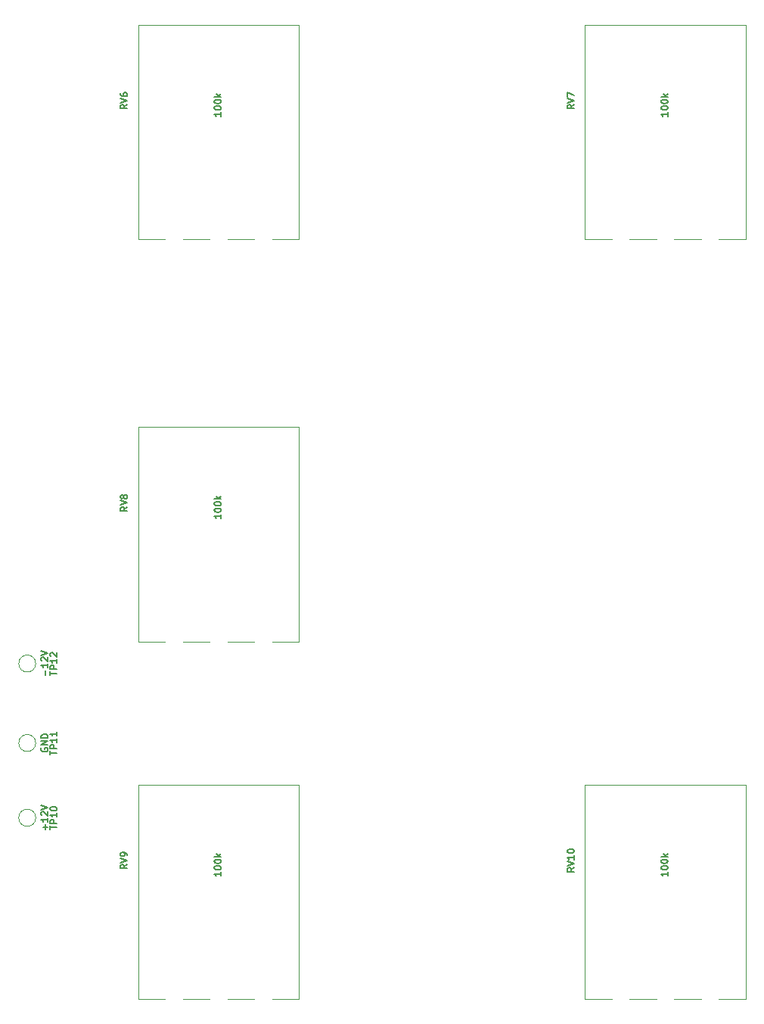
<source format=gto>
G04 #@! TF.GenerationSoftware,KiCad,Pcbnew,7.0.0-rc2-unknown-92a61b187f~165~ubuntu22.04.1*
G04 #@! TF.CreationDate,2023-02-10T23:31:31-05:00*
G04 #@! TF.ProjectId,pmf_b2,706d665f-6232-42e6-9b69-6361645f7063,rev?*
G04 #@! TF.SameCoordinates,Original*
G04 #@! TF.FileFunction,Legend,Top*
G04 #@! TF.FilePolarity,Positive*
%FSLAX46Y46*%
G04 Gerber Fmt 4.6, Leading zero omitted, Abs format (unit mm)*
G04 Created by KiCad (PCBNEW 7.0.0-rc2-unknown-92a61b187f~165~ubuntu22.04.1) date 2023-02-10 23:31:31*
%MOMM*%
%LPD*%
G01*
G04 APERTURE LIST*
%ADD10C,0.150000*%
%ADD11C,0.120000*%
G04 APERTURE END LIST*
D10*
G04 #@! TO.C,TP10*
X108653535Y-134023571D02*
X108653535Y-133595000D01*
X109403535Y-133809285D02*
X108653535Y-133809285D01*
X109403535Y-133344999D02*
X108653535Y-133344999D01*
X108653535Y-133344999D02*
X108653535Y-133059285D01*
X108653535Y-133059285D02*
X108689250Y-132987856D01*
X108689250Y-132987856D02*
X108724964Y-132952142D01*
X108724964Y-132952142D02*
X108796392Y-132916428D01*
X108796392Y-132916428D02*
X108903535Y-132916428D01*
X108903535Y-132916428D02*
X108974964Y-132952142D01*
X108974964Y-132952142D02*
X109010678Y-132987856D01*
X109010678Y-132987856D02*
X109046392Y-133059285D01*
X109046392Y-133059285D02*
X109046392Y-133344999D01*
X109403535Y-132202142D02*
X109403535Y-132630713D01*
X109403535Y-132416428D02*
X108653535Y-132416428D01*
X108653535Y-132416428D02*
X108760678Y-132487856D01*
X108760678Y-132487856D02*
X108832107Y-132559285D01*
X108832107Y-132559285D02*
X108867821Y-132630713D01*
X108653535Y-131737856D02*
X108653535Y-131666427D01*
X108653535Y-131666427D02*
X108689250Y-131594999D01*
X108689250Y-131594999D02*
X108724964Y-131559285D01*
X108724964Y-131559285D02*
X108796392Y-131523570D01*
X108796392Y-131523570D02*
X108939250Y-131487856D01*
X108939250Y-131487856D02*
X109117821Y-131487856D01*
X109117821Y-131487856D02*
X109260678Y-131523570D01*
X109260678Y-131523570D02*
X109332107Y-131559285D01*
X109332107Y-131559285D02*
X109367821Y-131594999D01*
X109367821Y-131594999D02*
X109403535Y-131666427D01*
X109403535Y-131666427D02*
X109403535Y-131737856D01*
X109403535Y-131737856D02*
X109367821Y-131809285D01*
X109367821Y-131809285D02*
X109332107Y-131844999D01*
X109332107Y-131844999D02*
X109260678Y-131880713D01*
X109260678Y-131880713D02*
X109117821Y-131916427D01*
X109117821Y-131916427D02*
X108939250Y-131916427D01*
X108939250Y-131916427D02*
X108796392Y-131880713D01*
X108796392Y-131880713D02*
X108724964Y-131844999D01*
X108724964Y-131844999D02*
X108689250Y-131809285D01*
X108689250Y-131809285D02*
X108653535Y-131737856D01*
X108101821Y-134041428D02*
X108101821Y-133470000D01*
X108387535Y-133755714D02*
X107816107Y-133755714D01*
X108387535Y-132720000D02*
X108387535Y-133148571D01*
X108387535Y-132934286D02*
X107637535Y-132934286D01*
X107637535Y-132934286D02*
X107744678Y-133005714D01*
X107744678Y-133005714D02*
X107816107Y-133077143D01*
X107816107Y-133077143D02*
X107851821Y-133148571D01*
X107708964Y-132434285D02*
X107673250Y-132398571D01*
X107673250Y-132398571D02*
X107637535Y-132327143D01*
X107637535Y-132327143D02*
X107637535Y-132148571D01*
X107637535Y-132148571D02*
X107673250Y-132077143D01*
X107673250Y-132077143D02*
X107708964Y-132041428D01*
X107708964Y-132041428D02*
X107780392Y-132005714D01*
X107780392Y-132005714D02*
X107851821Y-132005714D01*
X107851821Y-132005714D02*
X107958964Y-132041428D01*
X107958964Y-132041428D02*
X108387535Y-132470000D01*
X108387535Y-132470000D02*
X108387535Y-132005714D01*
X107637535Y-131791428D02*
X108387535Y-131541428D01*
X108387535Y-131541428D02*
X107637535Y-131291428D01*
G04 #@! TO.C,RV10*
X167275535Y-138303571D02*
X166918392Y-138553571D01*
X167275535Y-138732142D02*
X166525535Y-138732142D01*
X166525535Y-138732142D02*
X166525535Y-138446428D01*
X166525535Y-138446428D02*
X166561250Y-138374999D01*
X166561250Y-138374999D02*
X166596964Y-138339285D01*
X166596964Y-138339285D02*
X166668392Y-138303571D01*
X166668392Y-138303571D02*
X166775535Y-138303571D01*
X166775535Y-138303571D02*
X166846964Y-138339285D01*
X166846964Y-138339285D02*
X166882678Y-138374999D01*
X166882678Y-138374999D02*
X166918392Y-138446428D01*
X166918392Y-138446428D02*
X166918392Y-138732142D01*
X166525535Y-138089285D02*
X167275535Y-137839285D01*
X167275535Y-137839285D02*
X166525535Y-137589285D01*
X167275535Y-136946428D02*
X167275535Y-137374999D01*
X167275535Y-137160714D02*
X166525535Y-137160714D01*
X166525535Y-137160714D02*
X166632678Y-137232142D01*
X166632678Y-137232142D02*
X166704107Y-137303571D01*
X166704107Y-137303571D02*
X166739821Y-137374999D01*
X166525535Y-136482142D02*
X166525535Y-136410713D01*
X166525535Y-136410713D02*
X166561250Y-136339285D01*
X166561250Y-136339285D02*
X166596964Y-136303571D01*
X166596964Y-136303571D02*
X166668392Y-136267856D01*
X166668392Y-136267856D02*
X166811250Y-136232142D01*
X166811250Y-136232142D02*
X166989821Y-136232142D01*
X166989821Y-136232142D02*
X167132678Y-136267856D01*
X167132678Y-136267856D02*
X167204107Y-136303571D01*
X167204107Y-136303571D02*
X167239821Y-136339285D01*
X167239821Y-136339285D02*
X167275535Y-136410713D01*
X167275535Y-136410713D02*
X167275535Y-136482142D01*
X167275535Y-136482142D02*
X167239821Y-136553571D01*
X167239821Y-136553571D02*
X167204107Y-136589285D01*
X167204107Y-136589285D02*
X167132678Y-136624999D01*
X167132678Y-136624999D02*
X166989821Y-136660713D01*
X166989821Y-136660713D02*
X166811250Y-136660713D01*
X166811250Y-136660713D02*
X166668392Y-136624999D01*
X166668392Y-136624999D02*
X166596964Y-136589285D01*
X166596964Y-136589285D02*
X166561250Y-136553571D01*
X166561250Y-136553571D02*
X166525535Y-136482142D01*
X177775535Y-138803571D02*
X177775535Y-139232142D01*
X177775535Y-139017857D02*
X177025535Y-139017857D01*
X177025535Y-139017857D02*
X177132678Y-139089285D01*
X177132678Y-139089285D02*
X177204107Y-139160714D01*
X177204107Y-139160714D02*
X177239821Y-139232142D01*
X177025535Y-138339285D02*
X177025535Y-138267856D01*
X177025535Y-138267856D02*
X177061250Y-138196428D01*
X177061250Y-138196428D02*
X177096964Y-138160714D01*
X177096964Y-138160714D02*
X177168392Y-138124999D01*
X177168392Y-138124999D02*
X177311250Y-138089285D01*
X177311250Y-138089285D02*
X177489821Y-138089285D01*
X177489821Y-138089285D02*
X177632678Y-138124999D01*
X177632678Y-138124999D02*
X177704107Y-138160714D01*
X177704107Y-138160714D02*
X177739821Y-138196428D01*
X177739821Y-138196428D02*
X177775535Y-138267856D01*
X177775535Y-138267856D02*
X177775535Y-138339285D01*
X177775535Y-138339285D02*
X177739821Y-138410714D01*
X177739821Y-138410714D02*
X177704107Y-138446428D01*
X177704107Y-138446428D02*
X177632678Y-138482142D01*
X177632678Y-138482142D02*
X177489821Y-138517856D01*
X177489821Y-138517856D02*
X177311250Y-138517856D01*
X177311250Y-138517856D02*
X177168392Y-138482142D01*
X177168392Y-138482142D02*
X177096964Y-138446428D01*
X177096964Y-138446428D02*
X177061250Y-138410714D01*
X177061250Y-138410714D02*
X177025535Y-138339285D01*
X177025535Y-137624999D02*
X177025535Y-137553570D01*
X177025535Y-137553570D02*
X177061250Y-137482142D01*
X177061250Y-137482142D02*
X177096964Y-137446428D01*
X177096964Y-137446428D02*
X177168392Y-137410713D01*
X177168392Y-137410713D02*
X177311250Y-137374999D01*
X177311250Y-137374999D02*
X177489821Y-137374999D01*
X177489821Y-137374999D02*
X177632678Y-137410713D01*
X177632678Y-137410713D02*
X177704107Y-137446428D01*
X177704107Y-137446428D02*
X177739821Y-137482142D01*
X177739821Y-137482142D02*
X177775535Y-137553570D01*
X177775535Y-137553570D02*
X177775535Y-137624999D01*
X177775535Y-137624999D02*
X177739821Y-137696428D01*
X177739821Y-137696428D02*
X177704107Y-137732142D01*
X177704107Y-137732142D02*
X177632678Y-137767856D01*
X177632678Y-137767856D02*
X177489821Y-137803570D01*
X177489821Y-137803570D02*
X177311250Y-137803570D01*
X177311250Y-137803570D02*
X177168392Y-137767856D01*
X177168392Y-137767856D02*
X177096964Y-137732142D01*
X177096964Y-137732142D02*
X177061250Y-137696428D01*
X177061250Y-137696428D02*
X177025535Y-137624999D01*
X177775535Y-137053570D02*
X177025535Y-137053570D01*
X177489821Y-136982142D02*
X177775535Y-136767856D01*
X177275535Y-136767856D02*
X177561250Y-137053570D01*
G04 #@! TO.C,RV8*
X117275535Y-97946428D02*
X116918392Y-98196428D01*
X117275535Y-98374999D02*
X116525535Y-98374999D01*
X116525535Y-98374999D02*
X116525535Y-98089285D01*
X116525535Y-98089285D02*
X116561250Y-98017856D01*
X116561250Y-98017856D02*
X116596964Y-97982142D01*
X116596964Y-97982142D02*
X116668392Y-97946428D01*
X116668392Y-97946428D02*
X116775535Y-97946428D01*
X116775535Y-97946428D02*
X116846964Y-97982142D01*
X116846964Y-97982142D02*
X116882678Y-98017856D01*
X116882678Y-98017856D02*
X116918392Y-98089285D01*
X116918392Y-98089285D02*
X116918392Y-98374999D01*
X116525535Y-97732142D02*
X117275535Y-97482142D01*
X117275535Y-97482142D02*
X116525535Y-97232142D01*
X116846964Y-96874999D02*
X116811250Y-96946428D01*
X116811250Y-96946428D02*
X116775535Y-96982142D01*
X116775535Y-96982142D02*
X116704107Y-97017856D01*
X116704107Y-97017856D02*
X116668392Y-97017856D01*
X116668392Y-97017856D02*
X116596964Y-96982142D01*
X116596964Y-96982142D02*
X116561250Y-96946428D01*
X116561250Y-96946428D02*
X116525535Y-96874999D01*
X116525535Y-96874999D02*
X116525535Y-96732142D01*
X116525535Y-96732142D02*
X116561250Y-96660714D01*
X116561250Y-96660714D02*
X116596964Y-96624999D01*
X116596964Y-96624999D02*
X116668392Y-96589285D01*
X116668392Y-96589285D02*
X116704107Y-96589285D01*
X116704107Y-96589285D02*
X116775535Y-96624999D01*
X116775535Y-96624999D02*
X116811250Y-96660714D01*
X116811250Y-96660714D02*
X116846964Y-96732142D01*
X116846964Y-96732142D02*
X116846964Y-96874999D01*
X116846964Y-96874999D02*
X116882678Y-96946428D01*
X116882678Y-96946428D02*
X116918392Y-96982142D01*
X116918392Y-96982142D02*
X116989821Y-97017856D01*
X116989821Y-97017856D02*
X117132678Y-97017856D01*
X117132678Y-97017856D02*
X117204107Y-96982142D01*
X117204107Y-96982142D02*
X117239821Y-96946428D01*
X117239821Y-96946428D02*
X117275535Y-96874999D01*
X117275535Y-96874999D02*
X117275535Y-96732142D01*
X117275535Y-96732142D02*
X117239821Y-96660714D01*
X117239821Y-96660714D02*
X117204107Y-96624999D01*
X117204107Y-96624999D02*
X117132678Y-96589285D01*
X117132678Y-96589285D02*
X116989821Y-96589285D01*
X116989821Y-96589285D02*
X116918392Y-96624999D01*
X116918392Y-96624999D02*
X116882678Y-96660714D01*
X116882678Y-96660714D02*
X116846964Y-96732142D01*
X127775535Y-98803571D02*
X127775535Y-99232142D01*
X127775535Y-99017857D02*
X127025535Y-99017857D01*
X127025535Y-99017857D02*
X127132678Y-99089285D01*
X127132678Y-99089285D02*
X127204107Y-99160714D01*
X127204107Y-99160714D02*
X127239821Y-99232142D01*
X127025535Y-98339285D02*
X127025535Y-98267856D01*
X127025535Y-98267856D02*
X127061250Y-98196428D01*
X127061250Y-98196428D02*
X127096964Y-98160714D01*
X127096964Y-98160714D02*
X127168392Y-98124999D01*
X127168392Y-98124999D02*
X127311250Y-98089285D01*
X127311250Y-98089285D02*
X127489821Y-98089285D01*
X127489821Y-98089285D02*
X127632678Y-98124999D01*
X127632678Y-98124999D02*
X127704107Y-98160714D01*
X127704107Y-98160714D02*
X127739821Y-98196428D01*
X127739821Y-98196428D02*
X127775535Y-98267856D01*
X127775535Y-98267856D02*
X127775535Y-98339285D01*
X127775535Y-98339285D02*
X127739821Y-98410714D01*
X127739821Y-98410714D02*
X127704107Y-98446428D01*
X127704107Y-98446428D02*
X127632678Y-98482142D01*
X127632678Y-98482142D02*
X127489821Y-98517856D01*
X127489821Y-98517856D02*
X127311250Y-98517856D01*
X127311250Y-98517856D02*
X127168392Y-98482142D01*
X127168392Y-98482142D02*
X127096964Y-98446428D01*
X127096964Y-98446428D02*
X127061250Y-98410714D01*
X127061250Y-98410714D02*
X127025535Y-98339285D01*
X127025535Y-97624999D02*
X127025535Y-97553570D01*
X127025535Y-97553570D02*
X127061250Y-97482142D01*
X127061250Y-97482142D02*
X127096964Y-97446428D01*
X127096964Y-97446428D02*
X127168392Y-97410713D01*
X127168392Y-97410713D02*
X127311250Y-97374999D01*
X127311250Y-97374999D02*
X127489821Y-97374999D01*
X127489821Y-97374999D02*
X127632678Y-97410713D01*
X127632678Y-97410713D02*
X127704107Y-97446428D01*
X127704107Y-97446428D02*
X127739821Y-97482142D01*
X127739821Y-97482142D02*
X127775535Y-97553570D01*
X127775535Y-97553570D02*
X127775535Y-97624999D01*
X127775535Y-97624999D02*
X127739821Y-97696428D01*
X127739821Y-97696428D02*
X127704107Y-97732142D01*
X127704107Y-97732142D02*
X127632678Y-97767856D01*
X127632678Y-97767856D02*
X127489821Y-97803570D01*
X127489821Y-97803570D02*
X127311250Y-97803570D01*
X127311250Y-97803570D02*
X127168392Y-97767856D01*
X127168392Y-97767856D02*
X127096964Y-97732142D01*
X127096964Y-97732142D02*
X127061250Y-97696428D01*
X127061250Y-97696428D02*
X127025535Y-97624999D01*
X127775535Y-97053570D02*
X127025535Y-97053570D01*
X127489821Y-96982142D02*
X127775535Y-96767856D01*
X127275535Y-96767856D02*
X127561250Y-97053570D01*
G04 #@! TO.C,TP11*
X108653535Y-125653571D02*
X108653535Y-125225000D01*
X109403535Y-125439285D02*
X108653535Y-125439285D01*
X109403535Y-124974999D02*
X108653535Y-124974999D01*
X108653535Y-124974999D02*
X108653535Y-124689285D01*
X108653535Y-124689285D02*
X108689250Y-124617856D01*
X108689250Y-124617856D02*
X108724964Y-124582142D01*
X108724964Y-124582142D02*
X108796392Y-124546428D01*
X108796392Y-124546428D02*
X108903535Y-124546428D01*
X108903535Y-124546428D02*
X108974964Y-124582142D01*
X108974964Y-124582142D02*
X109010678Y-124617856D01*
X109010678Y-124617856D02*
X109046392Y-124689285D01*
X109046392Y-124689285D02*
X109046392Y-124974999D01*
X109403535Y-123832142D02*
X109403535Y-124260713D01*
X109403535Y-124046428D02*
X108653535Y-124046428D01*
X108653535Y-124046428D02*
X108760678Y-124117856D01*
X108760678Y-124117856D02*
X108832107Y-124189285D01*
X108832107Y-124189285D02*
X108867821Y-124260713D01*
X109403535Y-123117856D02*
X109403535Y-123546427D01*
X109403535Y-123332142D02*
X108653535Y-123332142D01*
X108653535Y-123332142D02*
X108760678Y-123403570D01*
X108760678Y-123403570D02*
X108832107Y-123474999D01*
X108832107Y-123474999D02*
X108867821Y-123546427D01*
X107673250Y-124921428D02*
X107637535Y-124992857D01*
X107637535Y-124992857D02*
X107637535Y-125099999D01*
X107637535Y-125099999D02*
X107673250Y-125207142D01*
X107673250Y-125207142D02*
X107744678Y-125278571D01*
X107744678Y-125278571D02*
X107816107Y-125314285D01*
X107816107Y-125314285D02*
X107958964Y-125349999D01*
X107958964Y-125349999D02*
X108066107Y-125349999D01*
X108066107Y-125349999D02*
X108208964Y-125314285D01*
X108208964Y-125314285D02*
X108280392Y-125278571D01*
X108280392Y-125278571D02*
X108351821Y-125207142D01*
X108351821Y-125207142D02*
X108387535Y-125099999D01*
X108387535Y-125099999D02*
X108387535Y-125028571D01*
X108387535Y-125028571D02*
X108351821Y-124921428D01*
X108351821Y-124921428D02*
X108316107Y-124885714D01*
X108316107Y-124885714D02*
X108066107Y-124885714D01*
X108066107Y-124885714D02*
X108066107Y-125028571D01*
X108387535Y-124564285D02*
X107637535Y-124564285D01*
X107637535Y-124564285D02*
X108387535Y-124135714D01*
X108387535Y-124135714D02*
X107637535Y-124135714D01*
X108387535Y-123778571D02*
X107637535Y-123778571D01*
X107637535Y-123778571D02*
X107637535Y-123600000D01*
X107637535Y-123600000D02*
X107673250Y-123492857D01*
X107673250Y-123492857D02*
X107744678Y-123421428D01*
X107744678Y-123421428D02*
X107816107Y-123385714D01*
X107816107Y-123385714D02*
X107958964Y-123350000D01*
X107958964Y-123350000D02*
X108066107Y-123350000D01*
X108066107Y-123350000D02*
X108208964Y-123385714D01*
X108208964Y-123385714D02*
X108280392Y-123421428D01*
X108280392Y-123421428D02*
X108351821Y-123492857D01*
X108351821Y-123492857D02*
X108387535Y-123600000D01*
X108387535Y-123600000D02*
X108387535Y-123778571D01*
G04 #@! TO.C,RV7*
X167275535Y-52946428D02*
X166918392Y-53196428D01*
X167275535Y-53374999D02*
X166525535Y-53374999D01*
X166525535Y-53374999D02*
X166525535Y-53089285D01*
X166525535Y-53089285D02*
X166561250Y-53017856D01*
X166561250Y-53017856D02*
X166596964Y-52982142D01*
X166596964Y-52982142D02*
X166668392Y-52946428D01*
X166668392Y-52946428D02*
X166775535Y-52946428D01*
X166775535Y-52946428D02*
X166846964Y-52982142D01*
X166846964Y-52982142D02*
X166882678Y-53017856D01*
X166882678Y-53017856D02*
X166918392Y-53089285D01*
X166918392Y-53089285D02*
X166918392Y-53374999D01*
X166525535Y-52732142D02*
X167275535Y-52482142D01*
X167275535Y-52482142D02*
X166525535Y-52232142D01*
X166525535Y-52053571D02*
X166525535Y-51553571D01*
X166525535Y-51553571D02*
X167275535Y-51874999D01*
X177775535Y-53803571D02*
X177775535Y-54232142D01*
X177775535Y-54017857D02*
X177025535Y-54017857D01*
X177025535Y-54017857D02*
X177132678Y-54089285D01*
X177132678Y-54089285D02*
X177204107Y-54160714D01*
X177204107Y-54160714D02*
X177239821Y-54232142D01*
X177025535Y-53339285D02*
X177025535Y-53267856D01*
X177025535Y-53267856D02*
X177061250Y-53196428D01*
X177061250Y-53196428D02*
X177096964Y-53160714D01*
X177096964Y-53160714D02*
X177168392Y-53124999D01*
X177168392Y-53124999D02*
X177311250Y-53089285D01*
X177311250Y-53089285D02*
X177489821Y-53089285D01*
X177489821Y-53089285D02*
X177632678Y-53124999D01*
X177632678Y-53124999D02*
X177704107Y-53160714D01*
X177704107Y-53160714D02*
X177739821Y-53196428D01*
X177739821Y-53196428D02*
X177775535Y-53267856D01*
X177775535Y-53267856D02*
X177775535Y-53339285D01*
X177775535Y-53339285D02*
X177739821Y-53410714D01*
X177739821Y-53410714D02*
X177704107Y-53446428D01*
X177704107Y-53446428D02*
X177632678Y-53482142D01*
X177632678Y-53482142D02*
X177489821Y-53517856D01*
X177489821Y-53517856D02*
X177311250Y-53517856D01*
X177311250Y-53517856D02*
X177168392Y-53482142D01*
X177168392Y-53482142D02*
X177096964Y-53446428D01*
X177096964Y-53446428D02*
X177061250Y-53410714D01*
X177061250Y-53410714D02*
X177025535Y-53339285D01*
X177025535Y-52624999D02*
X177025535Y-52553570D01*
X177025535Y-52553570D02*
X177061250Y-52482142D01*
X177061250Y-52482142D02*
X177096964Y-52446428D01*
X177096964Y-52446428D02*
X177168392Y-52410713D01*
X177168392Y-52410713D02*
X177311250Y-52374999D01*
X177311250Y-52374999D02*
X177489821Y-52374999D01*
X177489821Y-52374999D02*
X177632678Y-52410713D01*
X177632678Y-52410713D02*
X177704107Y-52446428D01*
X177704107Y-52446428D02*
X177739821Y-52482142D01*
X177739821Y-52482142D02*
X177775535Y-52553570D01*
X177775535Y-52553570D02*
X177775535Y-52624999D01*
X177775535Y-52624999D02*
X177739821Y-52696428D01*
X177739821Y-52696428D02*
X177704107Y-52732142D01*
X177704107Y-52732142D02*
X177632678Y-52767856D01*
X177632678Y-52767856D02*
X177489821Y-52803570D01*
X177489821Y-52803570D02*
X177311250Y-52803570D01*
X177311250Y-52803570D02*
X177168392Y-52767856D01*
X177168392Y-52767856D02*
X177096964Y-52732142D01*
X177096964Y-52732142D02*
X177061250Y-52696428D01*
X177061250Y-52696428D02*
X177025535Y-52624999D01*
X177775535Y-52053570D02*
X177025535Y-52053570D01*
X177489821Y-51982142D02*
X177775535Y-51767856D01*
X177275535Y-51767856D02*
X177561250Y-52053570D01*
G04 #@! TO.C,RV6*
X117275535Y-52946428D02*
X116918392Y-53196428D01*
X117275535Y-53374999D02*
X116525535Y-53374999D01*
X116525535Y-53374999D02*
X116525535Y-53089285D01*
X116525535Y-53089285D02*
X116561250Y-53017856D01*
X116561250Y-53017856D02*
X116596964Y-52982142D01*
X116596964Y-52982142D02*
X116668392Y-52946428D01*
X116668392Y-52946428D02*
X116775535Y-52946428D01*
X116775535Y-52946428D02*
X116846964Y-52982142D01*
X116846964Y-52982142D02*
X116882678Y-53017856D01*
X116882678Y-53017856D02*
X116918392Y-53089285D01*
X116918392Y-53089285D02*
X116918392Y-53374999D01*
X116525535Y-52732142D02*
X117275535Y-52482142D01*
X117275535Y-52482142D02*
X116525535Y-52232142D01*
X116525535Y-51660714D02*
X116525535Y-51803571D01*
X116525535Y-51803571D02*
X116561250Y-51874999D01*
X116561250Y-51874999D02*
X116596964Y-51910714D01*
X116596964Y-51910714D02*
X116704107Y-51982142D01*
X116704107Y-51982142D02*
X116846964Y-52017856D01*
X116846964Y-52017856D02*
X117132678Y-52017856D01*
X117132678Y-52017856D02*
X117204107Y-51982142D01*
X117204107Y-51982142D02*
X117239821Y-51946428D01*
X117239821Y-51946428D02*
X117275535Y-51874999D01*
X117275535Y-51874999D02*
X117275535Y-51732142D01*
X117275535Y-51732142D02*
X117239821Y-51660714D01*
X117239821Y-51660714D02*
X117204107Y-51624999D01*
X117204107Y-51624999D02*
X117132678Y-51589285D01*
X117132678Y-51589285D02*
X116954107Y-51589285D01*
X116954107Y-51589285D02*
X116882678Y-51624999D01*
X116882678Y-51624999D02*
X116846964Y-51660714D01*
X116846964Y-51660714D02*
X116811250Y-51732142D01*
X116811250Y-51732142D02*
X116811250Y-51874999D01*
X116811250Y-51874999D02*
X116846964Y-51946428D01*
X116846964Y-51946428D02*
X116882678Y-51982142D01*
X116882678Y-51982142D02*
X116954107Y-52017856D01*
X127775535Y-53803571D02*
X127775535Y-54232142D01*
X127775535Y-54017857D02*
X127025535Y-54017857D01*
X127025535Y-54017857D02*
X127132678Y-54089285D01*
X127132678Y-54089285D02*
X127204107Y-54160714D01*
X127204107Y-54160714D02*
X127239821Y-54232142D01*
X127025535Y-53339285D02*
X127025535Y-53267856D01*
X127025535Y-53267856D02*
X127061250Y-53196428D01*
X127061250Y-53196428D02*
X127096964Y-53160714D01*
X127096964Y-53160714D02*
X127168392Y-53124999D01*
X127168392Y-53124999D02*
X127311250Y-53089285D01*
X127311250Y-53089285D02*
X127489821Y-53089285D01*
X127489821Y-53089285D02*
X127632678Y-53124999D01*
X127632678Y-53124999D02*
X127704107Y-53160714D01*
X127704107Y-53160714D02*
X127739821Y-53196428D01*
X127739821Y-53196428D02*
X127775535Y-53267856D01*
X127775535Y-53267856D02*
X127775535Y-53339285D01*
X127775535Y-53339285D02*
X127739821Y-53410714D01*
X127739821Y-53410714D02*
X127704107Y-53446428D01*
X127704107Y-53446428D02*
X127632678Y-53482142D01*
X127632678Y-53482142D02*
X127489821Y-53517856D01*
X127489821Y-53517856D02*
X127311250Y-53517856D01*
X127311250Y-53517856D02*
X127168392Y-53482142D01*
X127168392Y-53482142D02*
X127096964Y-53446428D01*
X127096964Y-53446428D02*
X127061250Y-53410714D01*
X127061250Y-53410714D02*
X127025535Y-53339285D01*
X127025535Y-52624999D02*
X127025535Y-52553570D01*
X127025535Y-52553570D02*
X127061250Y-52482142D01*
X127061250Y-52482142D02*
X127096964Y-52446428D01*
X127096964Y-52446428D02*
X127168392Y-52410713D01*
X127168392Y-52410713D02*
X127311250Y-52374999D01*
X127311250Y-52374999D02*
X127489821Y-52374999D01*
X127489821Y-52374999D02*
X127632678Y-52410713D01*
X127632678Y-52410713D02*
X127704107Y-52446428D01*
X127704107Y-52446428D02*
X127739821Y-52482142D01*
X127739821Y-52482142D02*
X127775535Y-52553570D01*
X127775535Y-52553570D02*
X127775535Y-52624999D01*
X127775535Y-52624999D02*
X127739821Y-52696428D01*
X127739821Y-52696428D02*
X127704107Y-52732142D01*
X127704107Y-52732142D02*
X127632678Y-52767856D01*
X127632678Y-52767856D02*
X127489821Y-52803570D01*
X127489821Y-52803570D02*
X127311250Y-52803570D01*
X127311250Y-52803570D02*
X127168392Y-52767856D01*
X127168392Y-52767856D02*
X127096964Y-52732142D01*
X127096964Y-52732142D02*
X127061250Y-52696428D01*
X127061250Y-52696428D02*
X127025535Y-52624999D01*
X127775535Y-52053570D02*
X127025535Y-52053570D01*
X127489821Y-51982142D02*
X127775535Y-51767856D01*
X127275535Y-51767856D02*
X127561250Y-52053570D01*
G04 #@! TO.C,TP12*
X108653535Y-116763571D02*
X108653535Y-116335000D01*
X109403535Y-116549285D02*
X108653535Y-116549285D01*
X109403535Y-116084999D02*
X108653535Y-116084999D01*
X108653535Y-116084999D02*
X108653535Y-115799285D01*
X108653535Y-115799285D02*
X108689250Y-115727856D01*
X108689250Y-115727856D02*
X108724964Y-115692142D01*
X108724964Y-115692142D02*
X108796392Y-115656428D01*
X108796392Y-115656428D02*
X108903535Y-115656428D01*
X108903535Y-115656428D02*
X108974964Y-115692142D01*
X108974964Y-115692142D02*
X109010678Y-115727856D01*
X109010678Y-115727856D02*
X109046392Y-115799285D01*
X109046392Y-115799285D02*
X109046392Y-116084999D01*
X109403535Y-114942142D02*
X109403535Y-115370713D01*
X109403535Y-115156428D02*
X108653535Y-115156428D01*
X108653535Y-115156428D02*
X108760678Y-115227856D01*
X108760678Y-115227856D02*
X108832107Y-115299285D01*
X108832107Y-115299285D02*
X108867821Y-115370713D01*
X108724964Y-114656427D02*
X108689250Y-114620713D01*
X108689250Y-114620713D02*
X108653535Y-114549285D01*
X108653535Y-114549285D02*
X108653535Y-114370713D01*
X108653535Y-114370713D02*
X108689250Y-114299285D01*
X108689250Y-114299285D02*
X108724964Y-114263570D01*
X108724964Y-114263570D02*
X108796392Y-114227856D01*
X108796392Y-114227856D02*
X108867821Y-114227856D01*
X108867821Y-114227856D02*
X108974964Y-114263570D01*
X108974964Y-114263570D02*
X109403535Y-114692142D01*
X109403535Y-114692142D02*
X109403535Y-114227856D01*
X108101821Y-116781428D02*
X108101821Y-116210000D01*
X108387535Y-115460000D02*
X108387535Y-115888571D01*
X108387535Y-115674286D02*
X107637535Y-115674286D01*
X107637535Y-115674286D02*
X107744678Y-115745714D01*
X107744678Y-115745714D02*
X107816107Y-115817143D01*
X107816107Y-115817143D02*
X107851821Y-115888571D01*
X107708964Y-115174285D02*
X107673250Y-115138571D01*
X107673250Y-115138571D02*
X107637535Y-115067143D01*
X107637535Y-115067143D02*
X107637535Y-114888571D01*
X107637535Y-114888571D02*
X107673250Y-114817143D01*
X107673250Y-114817143D02*
X107708964Y-114781428D01*
X107708964Y-114781428D02*
X107780392Y-114745714D01*
X107780392Y-114745714D02*
X107851821Y-114745714D01*
X107851821Y-114745714D02*
X107958964Y-114781428D01*
X107958964Y-114781428D02*
X108387535Y-115210000D01*
X108387535Y-115210000D02*
X108387535Y-114745714D01*
X107637535Y-114531428D02*
X108387535Y-114281428D01*
X108387535Y-114281428D02*
X107637535Y-114031428D01*
G04 #@! TO.C,RV9*
X117275535Y-137946428D02*
X116918392Y-138196428D01*
X117275535Y-138374999D02*
X116525535Y-138374999D01*
X116525535Y-138374999D02*
X116525535Y-138089285D01*
X116525535Y-138089285D02*
X116561250Y-138017856D01*
X116561250Y-138017856D02*
X116596964Y-137982142D01*
X116596964Y-137982142D02*
X116668392Y-137946428D01*
X116668392Y-137946428D02*
X116775535Y-137946428D01*
X116775535Y-137946428D02*
X116846964Y-137982142D01*
X116846964Y-137982142D02*
X116882678Y-138017856D01*
X116882678Y-138017856D02*
X116918392Y-138089285D01*
X116918392Y-138089285D02*
X116918392Y-138374999D01*
X116525535Y-137732142D02*
X117275535Y-137482142D01*
X117275535Y-137482142D02*
X116525535Y-137232142D01*
X117275535Y-136946428D02*
X117275535Y-136803571D01*
X117275535Y-136803571D02*
X117239821Y-136732142D01*
X117239821Y-136732142D02*
X117204107Y-136696428D01*
X117204107Y-136696428D02*
X117096964Y-136624999D01*
X117096964Y-136624999D02*
X116954107Y-136589285D01*
X116954107Y-136589285D02*
X116668392Y-136589285D01*
X116668392Y-136589285D02*
X116596964Y-136624999D01*
X116596964Y-136624999D02*
X116561250Y-136660714D01*
X116561250Y-136660714D02*
X116525535Y-136732142D01*
X116525535Y-136732142D02*
X116525535Y-136874999D01*
X116525535Y-136874999D02*
X116561250Y-136946428D01*
X116561250Y-136946428D02*
X116596964Y-136982142D01*
X116596964Y-136982142D02*
X116668392Y-137017856D01*
X116668392Y-137017856D02*
X116846964Y-137017856D01*
X116846964Y-137017856D02*
X116918392Y-136982142D01*
X116918392Y-136982142D02*
X116954107Y-136946428D01*
X116954107Y-136946428D02*
X116989821Y-136874999D01*
X116989821Y-136874999D02*
X116989821Y-136732142D01*
X116989821Y-136732142D02*
X116954107Y-136660714D01*
X116954107Y-136660714D02*
X116918392Y-136624999D01*
X116918392Y-136624999D02*
X116846964Y-136589285D01*
X127775535Y-138803571D02*
X127775535Y-139232142D01*
X127775535Y-139017857D02*
X127025535Y-139017857D01*
X127025535Y-139017857D02*
X127132678Y-139089285D01*
X127132678Y-139089285D02*
X127204107Y-139160714D01*
X127204107Y-139160714D02*
X127239821Y-139232142D01*
X127025535Y-138339285D02*
X127025535Y-138267856D01*
X127025535Y-138267856D02*
X127061250Y-138196428D01*
X127061250Y-138196428D02*
X127096964Y-138160714D01*
X127096964Y-138160714D02*
X127168392Y-138124999D01*
X127168392Y-138124999D02*
X127311250Y-138089285D01*
X127311250Y-138089285D02*
X127489821Y-138089285D01*
X127489821Y-138089285D02*
X127632678Y-138124999D01*
X127632678Y-138124999D02*
X127704107Y-138160714D01*
X127704107Y-138160714D02*
X127739821Y-138196428D01*
X127739821Y-138196428D02*
X127775535Y-138267856D01*
X127775535Y-138267856D02*
X127775535Y-138339285D01*
X127775535Y-138339285D02*
X127739821Y-138410714D01*
X127739821Y-138410714D02*
X127704107Y-138446428D01*
X127704107Y-138446428D02*
X127632678Y-138482142D01*
X127632678Y-138482142D02*
X127489821Y-138517856D01*
X127489821Y-138517856D02*
X127311250Y-138517856D01*
X127311250Y-138517856D02*
X127168392Y-138482142D01*
X127168392Y-138482142D02*
X127096964Y-138446428D01*
X127096964Y-138446428D02*
X127061250Y-138410714D01*
X127061250Y-138410714D02*
X127025535Y-138339285D01*
X127025535Y-137624999D02*
X127025535Y-137553570D01*
X127025535Y-137553570D02*
X127061250Y-137482142D01*
X127061250Y-137482142D02*
X127096964Y-137446428D01*
X127096964Y-137446428D02*
X127168392Y-137410713D01*
X127168392Y-137410713D02*
X127311250Y-137374999D01*
X127311250Y-137374999D02*
X127489821Y-137374999D01*
X127489821Y-137374999D02*
X127632678Y-137410713D01*
X127632678Y-137410713D02*
X127704107Y-137446428D01*
X127704107Y-137446428D02*
X127739821Y-137482142D01*
X127739821Y-137482142D02*
X127775535Y-137553570D01*
X127775535Y-137553570D02*
X127775535Y-137624999D01*
X127775535Y-137624999D02*
X127739821Y-137696428D01*
X127739821Y-137696428D02*
X127704107Y-137732142D01*
X127704107Y-137732142D02*
X127632678Y-137767856D01*
X127632678Y-137767856D02*
X127489821Y-137803570D01*
X127489821Y-137803570D02*
X127311250Y-137803570D01*
X127311250Y-137803570D02*
X127168392Y-137767856D01*
X127168392Y-137767856D02*
X127096964Y-137732142D01*
X127096964Y-137732142D02*
X127061250Y-137696428D01*
X127061250Y-137696428D02*
X127025535Y-137624999D01*
X127775535Y-137053570D02*
X127025535Y-137053570D01*
X127489821Y-136982142D02*
X127775535Y-136767856D01*
X127275535Y-136767856D02*
X127561250Y-137053570D01*
D11*
G04 #@! TO.C,TP10*
X107030000Y-132720000D02*
G75*
G03*
X107030000Y-132720000I-950000J0D01*
G01*
G04 #@! TO.C,RV10*
X168500000Y-153000000D02*
X168500000Y-129000000D01*
X171500000Y-153000000D02*
X168500000Y-153000000D01*
X176500000Y-153000000D02*
X173500000Y-153000000D01*
X181500000Y-153000000D02*
X178500000Y-153000000D01*
X186500000Y-153000000D02*
X183500000Y-153000000D01*
X168500000Y-129000000D02*
X186500000Y-129000000D01*
X186500000Y-129000000D02*
X186500000Y-153000000D01*
G04 #@! TO.C,RV8*
X118500000Y-113000000D02*
X118500000Y-89000000D01*
X121500000Y-113000000D02*
X118500000Y-113000000D01*
X126500000Y-113000000D02*
X123500000Y-113000000D01*
X131500000Y-113000000D02*
X128500000Y-113000000D01*
X136500000Y-113000000D02*
X133500000Y-113000000D01*
X118500000Y-89000000D02*
X136500000Y-89000000D01*
X136500000Y-89000000D02*
X136500000Y-113000000D01*
G04 #@! TO.C,TP11*
X107030000Y-124350000D02*
G75*
G03*
X107030000Y-124350000I-950000J0D01*
G01*
G04 #@! TO.C,RV7*
X168500000Y-68000000D02*
X168500000Y-44000000D01*
X171500000Y-68000000D02*
X168500000Y-68000000D01*
X176500000Y-68000000D02*
X173500000Y-68000000D01*
X181500000Y-68000000D02*
X178500000Y-68000000D01*
X186500000Y-68000000D02*
X183500000Y-68000000D01*
X168500000Y-44000000D02*
X186500000Y-44000000D01*
X186500000Y-44000000D02*
X186500000Y-68000000D01*
G04 #@! TO.C,RV6*
X118500000Y-68000000D02*
X118500000Y-44000000D01*
X121500000Y-68000000D02*
X118500000Y-68000000D01*
X126500000Y-68000000D02*
X123500000Y-68000000D01*
X131500000Y-68000000D02*
X128500000Y-68000000D01*
X136500000Y-68000000D02*
X133500000Y-68000000D01*
X118500000Y-44000000D02*
X136500000Y-44000000D01*
X136500000Y-44000000D02*
X136500000Y-68000000D01*
G04 #@! TO.C,TP12*
X107030000Y-115460000D02*
G75*
G03*
X107030000Y-115460000I-950000J0D01*
G01*
G04 #@! TO.C,RV9*
X118500000Y-153000000D02*
X118500000Y-129000000D01*
X121500000Y-153000000D02*
X118500000Y-153000000D01*
X126500000Y-153000000D02*
X123500000Y-153000000D01*
X131500000Y-153000000D02*
X128500000Y-153000000D01*
X136500000Y-153000000D02*
X133500000Y-153000000D01*
X118500000Y-129000000D02*
X136500000Y-129000000D01*
X136500000Y-129000000D02*
X136500000Y-153000000D01*
G04 #@! TD*
M02*

</source>
